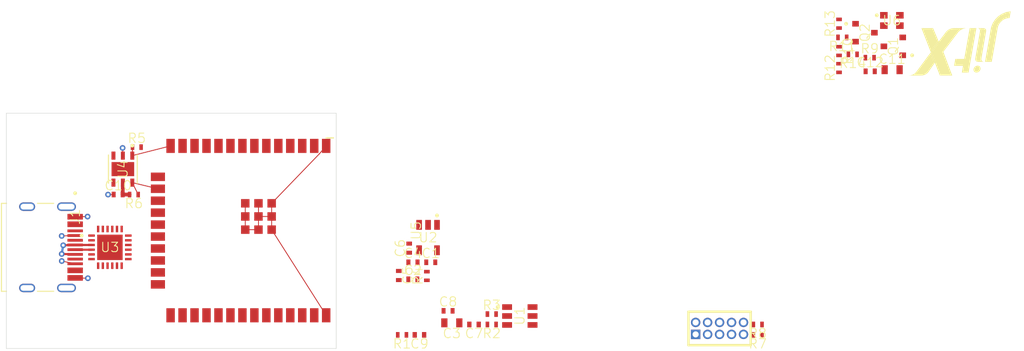
<source format=kicad_pcb>
(kicad_pcb (version 20221018) (generator jitx)
  (layers (0 F.Cu signal) (1 In1.Cu signal) (2 In2.Cu signal) (31 B.Cu signal) (34 "B.Paste" user) (35 "F.Paste" user) (36 "B.SilkS" user "B.Silkscreen") (37 "F.SilkS" user "F.Silkscreen") (38 "B.Mask" user) (39 "F.Mask" user) (44 "Edge.Cuts" user))
  (net 1 "SBU2")
  (net 2 "ESP-TX")
  (net 3 "b")
  (net 4 "proc_q1_b")
  (net 5 "DTR_ECI")
  (net 6 "VDD")
  (net 7 "control-pins1_timer")
  (net 8 "gnd")
  (net 9 "H-I2C_scl")
  (net 10 "rid_p1")
  (net 11 "c")
  (net 12 "r")
  (net 13 "VPP")
  (net 14 "rid_rid_p1")
  (net 15 "l_b")
  (net 16 "RXD_SCI")
  (net 17 "ESP-RX")
  (net 18 "P3V3")
  (net 19 "pc-uart_tx")
  (net 20 "cap_p1")
  (net 21 "g")
  (net 22 "TXD_SCI")
  (net 23 "SBU1")
  (net 24 "pc-uart_rx")
  (net 25 "P5V0")
  (net 26 "nRST")
  (net 27 "RTS_ECI")
  (net 28 "RTS_SCI")
  (net 29 "H-I2C_sda")
  (net 30 "D+")
  (net 31 "pc-ctrl1_gpio")
  (net 32 "EN")
  (net 33 "D-")
  (net 34 "control-pins0_timer")
  (net 35 "DTR_SCI")
  (net 36 "control-pins2_timer")
  (net 37 "pc-ctrl0_gpio")
  (net 38 "VBUS")
  (footprint ble-mote:Pkg0402_4 (layer F.Cu) (at 163.990979 119.05 270.0)
    (pad 1 smd rect (at 0.0 -0.4598612181134 270.0) (size 0.6 0.3802775637732) (net 14 "rid_rid_p1") (layers F.Cu F.Paste))
    (pad 2 smd rect (at 0.0 0.4598612181134 270.0) (size 0.6 0.3802775637732) (net 8 "gnd") (layers F.Cu F.Paste))
    (fp_text value "5K1" hide)
    (fp_text reference "R1" (at 0.95 0.0 0.0) (layer F.SilkS) (effects (font (size 1.0 1.0) (thickness 0.10))))
  )
  (footprint ble-mote:Pkg0402_4 (layer F.Cu) (at 173.50557957497 117.946799862385 270.0)
    (pad 1 smd rect (at 0.0 -0.4598612181134 270.0) (size 0.6 0.3802775637732) (net 10 "rid_p1") (layers F.Cu F.Paste))
    (pad 2 smd rect (at 0.0 0.4598612181134 270.0) (size 0.6 0.3802775637732) (net 8 "gnd") (layers F.Cu F.Paste))
    (fp_text value "5K1" hide)
    (fp_text reference "R2" (at 0.95 0.0 0.0) (layer F.SilkS) (effects (font (size 1.0 1.0) (thickness 0.10))))
  )
  (footprint ble-mote:Pkg0402_4 (layer F.Cu) (at 173.50557957497 116.843599903584 90.0)
    (pad 1 smd rect (at 0.0 -0.4598612181134 90.0) (size 0.6 0.3802775637732) (net 20 "cap_p1") (layers F.Cu F.Paste))
    (pad 2 smd rect (at 0.0 0.4598612181134 90.0) (size 0.6 0.3802775637732) (net 8 "gnd") (layers F.Cu F.Paste))
    (fp_text value "100K" hide)
    (fp_text reference "R3" (at 0.95 0.0 0.0) (layer F.SilkS) (effects (font (size 1.0 1.0) (thickness 0.10))))
  )
  (footprint ble-mote:Pkg0402_2 (layer F.Cu) (at 167.034879072575 111.340399134159 90.0)
    (pad 1 smd rect (at 0.0 -0.4786112181134 90.0) (size 0.6 0.417777563773199) (net 20 "cap_p1") (layers F.Cu F.Paste))
    (pad 2 smd rect (at 0.0 0.4786112181134 90.0) (size 0.6 0.417777563773199) (net 8 "gnd") (layers F.Cu F.Paste))
    (fp_text value "100n" hide)
    (fp_text reference "C1" (at 0.95 0.0 0.0) (layer F.SilkS) (effects (font (size 1.0 1.0) (thickness 0.10))))
  )
  (footprint ble-mote:QFN24 (layer F.Cu) (at 132.98788340444 109.750851658652 0.0)
    (pad 1 smd rect (at -1.95 -1.25 270.0) (size 0.25 0.7) (layers F.Cu F.Paste))
    (pad 2 smd rect (at -1.95 -0.75 270.0) (size 0.25 0.7) (net 8 "gnd") (layers F.Cu F.Paste))
    (pad 3 smd rect (at -1.95 -0.25 270.0) (size 0.25 0.7) (net 30 "D+") (layers F.Cu F.Paste))
    (pad 4 smd rect (at -1.95 0.25 270.0) (size 0.25 0.7) (net 33 "D-") (layers F.Cu F.Paste))
    (pad 5 smd rect (at -1.95 0.75 270.0) (size 0.25 0.7) (net 18 "P3V3") (layers F.Cu F.Paste))
    (pad 6 smd rect (at -1.95 1.25 270.0) (size 0.25 0.7) (net 6 "VDD") (layers F.Cu F.Paste))
    (pad 7 smd rect (at -1.25 1.95 0.0) (size 0.25 0.7) (net 25 "P5V0") (layers F.Cu F.Paste))
    (pad 8 smd rect (at -0.75 1.95 0.0) (size 0.25 0.7) (net 25 "P5V0") (layers F.Cu F.Paste))
    (pad 9 smd rect (at -0.25 1.95 0.0) (size 0.25 0.7) (net 26 "nRST") (layers F.Cu F.Paste))
    (pad 10 smd rect (at 0.25 1.95 0.0) (size 0.25 0.7) (layers F.Cu F.Paste))
    (pad 11 smd rect (at 0.75 1.95 0.0) (size 0.25 0.7) (net 27 "RTS_ECI") (layers F.Cu F.Paste))
    (pad 12 smd rect (at 1.25 1.95 0.0) (size 0.25 0.7) (net 2 "ESP-TX") (layers F.Cu F.Paste))
    (pad 13 smd rect (at 1.95 1.25 90.0) (size 0.25 0.7) (net 17 "ESP-RX") (layers F.Cu F.Paste))
    (pad 14 smd rect (at 1.95 0.75 90.0) (size 0.25 0.7) (layers F.Cu F.Paste))
    (pad 15 smd rect (at 1.95 0.25 90.0) (size 0.25 0.7) (net 5 "DTR_ECI") (layers F.Cu F.Paste))
    (pad 16 smd rect (at 1.95 -0.25 90.0) (size 0.25 0.7) (net 13 "VPP") (layers F.Cu F.Paste))
    (pad 17 smd rect (at 1.95 -0.75 90.0) (size 0.25 0.7) (layers F.Cu F.Paste))
    (pad 18 smd rect (at 1.95 -1.25 90.0) (size 0.25 0.7) (layers F.Cu F.Paste))
    (pad 19 smd rect (at 1.25 -1.95 180.0) (size 0.25 0.7) (net 28 "RTS_SCI") (layers F.Cu F.Paste))
    (pad 20 smd rect (at 0.75 -1.95 180.0) (size 0.25 0.7) (net 16 "RXD_SCI") (layers F.Cu F.Paste))
    (pad 21 smd rect (at 0.25 -1.95 180.0) (size 0.25 0.7) (net 22 "TXD_SCI") (layers F.Cu F.Paste))
    (pad 22 smd rect (at -0.25 -1.95 180.0) (size 0.25 0.7) (layers F.Cu F.Paste))
    (pad 23 smd rect (at -0.75 -1.95 180.0) (size 0.25 0.7) (net 35 "DTR_SCI") (layers F.Cu F.Paste))
    (pad 24 smd rect (at -1.25 -1.95 180.0) (size 0.25 0.7) (layers F.Cu F.Paste))
    (pad 25 smd rect (at 0.0 0.0 0.0) (size 2.7 2.7) (net 8 "gnd") (layers F.Cu F.Paste))
    (fp_text value "~" hide)
    (fp_poly (pts (xy -2.8 -1.25) (xy -2.80384294391935 -1.28901806440323) (xy -2.81522409349774 -1.32653668647302) (xy -2.83370607753949 -1.36111404660392) (xy -2.85857864376269 -1.39142135623731) (xy -2.88888595339608 -1.41629392246051) (xy -2.92346331352698 -1.43477590650226) (xy -2.96098193559677 -1.44615705608065) (xy -3.0 -1.45) (xy -3.03901806440323 -1.44615705608065) (xy -3.07653668647302 -1.43477590650226) (xy -3.11111404660392 -1.41629392246051) (xy -3.14142135623731 -1.39142135623731) (xy -3.16629392246051 -1.36111404660392) (xy -3.18477590650226 -1.32653668647302) (xy -3.19615705608065 -1.28901806440323) (xy -3.2 -1.25) (xy -3.19615705608065 -1.21098193559677) (xy -3.18477590650226 -1.17346331352698) (xy -3.16629392246051 -1.13888595339608) (xy -3.14142135623731 -1.10857864376269) (xy -3.11111404660392 -1.08370607753949) (xy -3.07653668647302 -1.06522409349774) (xy -3.03901806440323 -1.05384294391935) (xy -3.0 -1.05) (xy -2.96098193559677 -1.05384294391935) (xy -2.92346331352698 -1.06522409349774) (xy -2.88888595339608 -1.08370607753949) (xy -2.85857864376269 -1.10857864376269) (xy -2.83370607753949 -1.13888595339608) (xy -2.81522409349774 -1.17346331352698) (xy -2.80384294391935 -1.21098193559677)) (layer F.SilkS))
    (fp_text reference "U3" (at 0.0 0.0 0.0) (layer F.SilkS) (effects (font (size 1.0 1.0) (thickness 0.10))))
  )
  (footprint ble-mote:Pkg0402_2 (layer F.Cu) (at 133.863568974598 104.136455824391 90.0)
    (pad 1 smd rect (at 0.0 -0.4786112181134 90.0) (size 0.6 0.417777563773199) (net 8 "gnd") (layers F.Cu F.Paste))
    (pad 2 smd rect (at 0.0 0.4786112181134 90.0) (size 0.6 0.417777563773199) (net 18 "P3V3") (layers F.Cu F.Paste))
    (fp_text value "100n" hide)
    (fp_text reference "C10" (at 0.95 0.0 0.0) (layer F.SilkS) (effects (font (size 1.0 1.0) (thickness 0.10))))
  )
  (footprint ble-mote:HDR_TH_10P_P1_27_V_F_R2_C5_S1_27_1 (layer F.Cu) (at 197.682778732685 118.365000116825 0.0)
    (pad 10 thru_hole circle (at 2.53999999999996 -0.634999999999991 0.0) (size 1.0 1.0) (net 19 "pc-uart_tx") (drill 0.65) (layers *.Cu))
    (pad 9 thru_hole circle (at 2.53999999999996 0.634999999999991 0.0) (size 1.0 1.0) (net 37 "pc-ctrl0_gpio") (drill 0.65) (layers *.Cu))
    (pad 8 thru_hole circle (at 1.26999999999987 -0.634999999999991 0.0) (size 1.0 1.0) (net 24 "pc-uart_rx") (drill 0.65) (layers *.Cu))
    (pad 7 thru_hole circle (at 1.26999999999987 0.634999999999991 0.0) (size 1.0 1.0) (drill 0.65) (layers *.Cu))
    (pad 6 thru_hole circle (at -1.13686837721616e-13 -0.634999999999991 0.0) (size 1.0 1.0) (net 31 "pc-ctrl1_gpio") (drill 0.65) (layers *.Cu))
    (pad 5 thru_hole circle (at -1.13686837721616e-13 0.634999999999991 0.0) (size 1.0 1.0) (drill 0.65) (layers *.Cu))
    (pad 4 thru_hole circle (at -1.2700000000001 -0.634999999999991 0.0) (size 1.0 1.0) (net 8 "gnd") (drill 0.65) (layers *.Cu))
    (pad 3 thru_hole circle (at -1.2700000000001 0.634999999999991 0.0) (size 1.0 1.0) (net 8 "gnd") (drill 0.65) (layers *.Cu))
    (pad 2 thru_hole circle (at -2.54000000000008 -0.634999999999991 0.0) (size 1.0 1.0) (net 25 "P5V0") (drill 0.65) (layers *.Cu))
    (pad 1 thru_hole rect (at -2.54000000000008 0.634999999999991 0.0) (size 1.0 1.0) (net 25 "P5V0") (drill 0.65) (layers *.Cu))
    (fp_text reference "H1")
    (fp_text value "~")
    (fp_line (start -3.30200000000002 1.77800000000002) (end -3.30200000000002 -1.77800000000002) (layer F.SilkS) (stroke (width 0.254)))
    (fp_line (start 3.30199999999991 1.77800000000002) (end -3.30200000000002 1.77800000000002) (layer F.SilkS) (stroke (width 0.254)))
    (fp_line (start 3.30199999999991 -1.77800000000002) (end 3.30199999999991 1.77800000000002) (layer F.SilkS) (stroke (width 0.254)))
    (fp_line (start -3.30200000000002 -1.77800000000002) (end 3.30199999999991 -1.77800000000002) (layer F.SilkS) (stroke (width 0.254)))
  )
  (footprint ble-mote:Pkg0402_4 (layer F.Cu) (at 201.725978748707 119.05 270.0)
    (pad 1 smd rect (at 0.0 -0.4598612181134 270.0) (size 0.6 0.3802775637732) (net 18 "P3V3") (layers F.Cu F.Paste))
    (pad 2 smd rect (at 0.0 0.4598612181134 270.0) (size 0.6 0.3802775637732) (net 37 "pc-ctrl0_gpio") (layers F.Cu F.Paste))
    (fp_text value "10K" hide)
    (fp_text reference "R7" (at 0.95 0.0 0.0) (layer F.SilkS) (effects (font (size 1.0 1.0) (thickness 0.10))))
  )
  (footprint ble-mote:Pkg0402_4 (layer F.Cu) (at 201.725978748707 117.946799862385 270.0)
    (pad 1 smd rect (at 0.0 -0.4598612181134 270.0) (size 0.6 0.3802775637732) (net 18 "P3V3") (layers F.Cu F.Paste))
    (pad 2 smd rect (at 0.0 0.4598612181134 270.0) (size 0.6 0.3802775637732) (net 31 "pc-ctrl1_gpio") (layers F.Cu F.Paste))
    (fp_text value "10K" hide)
    (fp_text reference "R8" (at 0.95 0.0 0.0) (layer F.SilkS) (effects (font (size 1.0 1.0) (thickness 0.10))))
  )
  (footprint ble-mote:SOT95P280X100_3N (layer F.Cu) (at 216.117536768162 88.3936000823975 90.0)
    (pad 1 smd rect (at -0.95 1.0 90.0) (size 0.6 0.7) (net 3 "b") (layers F.Cu F.Paste))
    (pad 2 smd rect (at 0.95 1.0 90.0) (size 0.6 0.7) (net 27 "RTS_ECI") (layers F.Cu F.Paste))
    (pad 3 smd rect (at 0.0 -1.0 90.0) (size 0.6 0.7) (net 32 "EN") (layers F.Cu F.Paste))
    (fp_text value "~" hide)
    (fp_poly (pts (xy -0.75 2.0) (xy -0.753842943919354 1.96098193559677) (xy -0.765224093497743 1.92346331352698) (xy -0.783706077539491 1.88888595339608) (xy -0.80857864376269 1.85857864376269) (xy -0.83888595339608 1.83370607753949) (xy -0.873463313526982 1.81522409349774) (xy -0.910981935596774 1.80384294391935) (xy -0.95 1.8) (xy -0.989018064403226 1.80384294391935) (xy -1.02653668647302 1.81522409349774) (xy -1.06111404660392 1.83370607753949) (xy -1.09142135623731 1.85857864376269) (xy -1.11629392246051 1.88888595339608) (xy -1.13477590650226 1.92346331352698) (xy -1.14615705608065 1.96098193559677) (xy -1.15 2.0) (xy -1.14615705608065 2.03901806440323) (xy -1.13477590650226 2.07653668647302) (xy -1.11629392246051 2.11111404660392) (xy -1.09142135623731 2.14142135623731) (xy -1.06111404660392 2.16629392246051) (xy -1.02653668647302 2.18477590650226) (xy -0.989018064403226 2.19615705608065) (xy -0.95 2.2) (xy -0.910981935596774 2.19615705608065) (xy -0.873463313526982 2.18477590650226) (xy -0.83888595339608 2.16629392246051) (xy -0.808578643762691 2.14142135623731) (xy -0.783706077539491 2.11111404660392) (xy -0.765224093497743 2.07653668647302) (xy -0.753842943919354 2.03901806440323)) (layer F.SilkS))
    (fp_text reference "Q1" (at 0.0 0.0 90.0) (layer F.SilkS) (effects (font (size 1.0 1.0) (thickness 0.10))))
  )
  (footprint ble-mote:SOT95P280X100_3N (layer F.Cu) (at 213.111136659824 86.9403987884521 270.0)
    (pad 1 smd rect (at -0.95 1.0 270.0) (size 0.6 0.7) (net 4 "proc_q1_b") (layers F.Cu F.Paste))
    (pad 2 smd rect (at 0.95 1.0 270.0) (size 0.6 0.7) (net 5 "DTR_ECI") (layers F.Cu F.Paste))
    (pad 3 smd rect (at 0.0 -1.0 270.0) (size 0.6 0.7) (net 11 "c") (layers F.Cu F.Paste))
    (fp_text value "~" hide)
    (fp_poly (pts (xy -0.75 2.0) (xy -0.753842943919354 1.96098193559677) (xy -0.765224093497743 1.92346331352698) (xy -0.783706077539491 1.88888595339608) (xy -0.80857864376269 1.85857864376269) (xy -0.83888595339608 1.83370607753949) (xy -0.873463313526982 1.81522409349774) (xy -0.910981935596774 1.80384294391935) (xy -0.95 1.8) (xy -0.989018064403226 1.80384294391935) (xy -1.02653668647302 1.81522409349774) (xy -1.06111404660392 1.83370607753949) (xy -1.09142135623731 1.85857864376269) (xy -1.11629392246051 1.88888595339608) (xy -1.13477590650226 1.92346331352698) (xy -1.14615705608065 1.96098193559677) (xy -1.15 2.0) (xy -1.14615705608065 2.03901806440323) (xy -1.13477590650226 2.07653668647302) (xy -1.11629392246051 2.11111404660392) (xy -1.09142135623731 2.14142135623731) (xy -1.06111404660392 2.16629392246051) (xy -1.02653668647302 2.18477590650226) (xy -0.989018064403226 2.19615705608065) (xy -0.95 2.2) (xy -0.910981935596774 2.19615705608065) (xy -0.873463313526982 2.18477590650226) (xy -0.83888595339608 2.16629392246051) (xy -0.808578643762691 2.14142135623731) (xy -0.783706077539491 2.11111404660392) (xy -0.765224093497743 2.07653668647302) (xy -0.753842943919354 2.03901806440323)) (layer F.SilkS))
    (fp_text reference "Q2" (at 0.0 0.0 90.0) (layer F.SilkS) (effects (font (size 1.0 1.0) (thickness 0.10))))
  )
  (footprint ble-mote:Pkg0402_4 (layer F.Cu) (at 210.357936844074 88.8936000823975 0.0)
    (pad 1 smd rect (at 0.0 -0.4598612181134 0.0) (size 0.6 0.3802775637732) (net 5 "DTR_ECI") (layers F.Cu F.Paste))
    (pad 2 smd rect (at 0.0 0.4598612181134 0.0) (size 0.6 0.3802775637732) (net 3 "b") (layers F.Cu F.Paste))
    (fp_text value "10K" hide)
    (fp_text reference "R10" (at 0.95 0.0 90.0) (layer F.SilkS) (effects (font (size 1.0 1.0) (thickness 0.10))))
  )
  (footprint ble-mote:Pkg0402_4 (layer F.Cu) (at 210.707936748707 87.4404006958008 270.0)
    (pad 1 smd rect (at 0.0 -0.4598612181134 270.0) (size 0.6 0.3802775637732) (net 27 "RTS_ECI") (layers F.Cu F.Paste))
    (pad 2 smd rect (at 0.0 0.4598612181134 270.0) (size 0.6 0.3802775637732) (net 4 "proc_q1_b") (layers F.Cu F.Paste))
    (fp_text value "10K" hide)
    (fp_text reference "R11" (at 0.95 0.0 0.0) (layer F.SilkS) (effects (font (size 1.0 1.0) (thickness 0.10))))
  )
  (footprint ble-mote:LP_TYPE_C_31_M_12 (layer F.Cu) (at 129.299431271047 106.497664397336 270.0)
    (pad A1-B12 smd rect (at 0.0 0.0 270.0) (size 0.6 1.64) (net 8 "gnd") (layers F.Cu F.Paste))
    (pad A4-B9 smd rect (at 0.8 0.0 270.0) (size 0.6 1.64) (net 38 "VBUS") (layers F.Cu F.Paste))
    (pad B8 smd rect (at 1.5 0.0 270.0) (size 0.3 1.64) (net 1 "SBU2") (layers F.Cu F.Paste))
    (pad A5 smd rect (at 2.0 0.0 270.0) (size 0.3 1.64) (net 14 "rid_rid_p1") (layers F.Cu F.Paste))
    (pad B7 smd rect (at 2.5 0.0 270.0) (size 0.3 1.64) (net 33 "D-") (layers F.Cu F.Paste))
    (pad A6 smd rect (at 3.0 0.0 270.0) (size 0.3 1.64) (net 30 "D+") (layers F.Cu F.Paste))
    (pad A7 smd rect (at 3.5 0.0 270.0) (size 0.3 1.64) (net 33 "D-") (layers F.Cu F.Paste))
    (pad B6 smd rect (at 4.0 0.0 270.0) (size 0.3 1.64) (net 30 "D+") (layers F.Cu F.Paste))
    (pad A8 smd rect (at 4.5 0.0 270.0) (size 0.3 1.64) (net 23 "SBU1") (layers F.Cu F.Paste))
    (pad B5 smd rect (at 5.0 0.0 270.0) (size 0.3 1.64) (net 10 "rid_p1") (layers F.Cu F.Paste))
    (pad B1-A12 smd rect (at 6.5 0.0 270.0) (size 0.6 1.64) (net 8 "gnd") (layers F.Cu F.Paste))
    (pad B4-A9 smd rect (at 5.7 0.0 270.0) (size 0.6 1.64) (net 38 "VBUS") (layers F.Cu F.Paste))
    (pad 13 thru_hole oval (at -1.07 0.916 0.0) (size 2.0 0.9) (net 20 "cap_p1") (drill oval 1.7 0.6) (layers *.Cu))
    (pad 14 thru_hole oval (at 7.57 0.916 0.0) (size 2.0 0.9) (net 20 "cap_p1") (drill oval 1.7 0.6) (layers *.Cu))
    (pad 15 thru_hole oval (at -1.07 5.096 0.0) (size 1.7 0.9) (net 20 "cap_p1") (drill oval 1.4 0.6) (layers *.Cu))
    (pad 16 thru_hole oval (at 7.57 5.096 0.0) (size 1.7 0.9) (net 20 "cap_p1") (drill oval 1.4 0.6) (layers *.Cu))
    (pad "" np_thru_hole circle (at 0.36 1.446) (size 0.6 0.6) (drill 0.6) (layers *.Cu *.Mask))
    (pad "" np_thru_hole circle (at 6.14 1.446) (size 0.6 0.6) (drill 0.6) (layers *.Cu *.Mask))
    (fp_text value "~" hide)
    (fp_line (start -1.42 7.82) (end 7.924 7.82) (layer F.SilkS) (stroke (width 0.12)))
    (fp_line (start 7.924 7.82) (end 7.924 7.28) (layer F.SilkS) (stroke (width 0.12)))
    (fp_line (start -1.42 7.28) (end -1.42 7.82) (layer F.SilkS) (stroke (width 0.12)))
    (fp_line (start 7.924 4.0) (end 7.924 2.28) (layer F.SilkS) (stroke (width 0.12)))
    (fp_line (start -1.42 2.28) (end -1.42 4.0) (layer F.SilkS) (stroke (width 0.12)))
    (fp_poly (pts (xy -2.3 0.0) (xy -2.30384294391935 -0.0390180644032257) (xy -2.31522409349774 -0.076536686473018) (xy -2.33370607753949 -0.11111404660392) (xy -2.35857864376269 -0.14142135623731) (xy -2.38888595339608 -0.166293922460509) (xy -2.42346331352698 -0.184775906502257) (xy -2.46098193559677 -0.196157056080646) (xy -2.5 -0.2) (xy -2.53901806440323 -0.196157056080646) (xy -2.57653668647302 -0.184775906502257) (xy -2.61111404660392 -0.166293922460509) (xy -2.64142135623731 -0.14142135623731) (xy -2.66629392246051 -0.11111404660392) (xy -2.68477590650226 -0.076536686473018) (xy -2.69615705608065 -0.0390180644032257) (xy -2.7 0.0) (xy -2.69615705608065 0.0390180644032257) (xy -2.68477590650226 0.0765366864730179) (xy -2.66629392246051 0.11111404660392) (xy -2.64142135623731 0.14142135623731) (xy -2.61111404660392 0.166293922460509) (xy -2.57653668647302 0.184775906502257) (xy -2.53901806440323 0.196157056080646) (xy -2.5 0.2) (xy -2.46098193559677 0.196157056080646) (xy -2.42346331352698 0.184775906502257) (xy -2.38888595339608 0.166293922460509) (xy -2.35857864376269 0.14142135623731) (xy -2.33370607753949 0.11111404660392) (xy -2.31522409349774 0.0765366864730181) (xy -2.30384294391935 0.0390180644032257)) (layer F.SilkS))
    (fp_text reference "J1" (at 0.0 0.0 90.0) (layer F.SilkS) (effects (font (size 1.0 1.0) (thickness 0.10))))
  )
  (footprint ble-mote:SOT95P280X145_6N (layer F.Cu) (at 176.483779533771 117.046800005436 270.0)
    (pad 1 smd rect (at -0.95 1.35 270.0) (size 0.6 1.05) (net 38 "VBUS") (layers F.Cu F.Paste))
    (pad 2 smd rect (at 0.0 1.35 270.0) (size 0.6 1.05) (net 8 "gnd") (layers F.Cu F.Paste))
    (pad 3 smd rect (at 0.95 1.35 270.0) (size 0.6 1.05) (net 38 "VBUS") (layers F.Cu F.Paste))
    (pad 4 smd rect (at 0.95 -1.35 270.0) (size 0.6 1.05) (net 25 "P5V0") (layers F.Cu F.Paste))
    (pad 5 smd rect (at 0.0 -1.35 270.0) (size 0.6 1.05) (net 30 "D+") (layers F.Cu F.Paste))
    (pad 6 smd rect (at -0.95 -1.35 270.0) (size 0.6 1.05) (net 33 "D-") (layers F.Cu F.Paste))
    (fp_text value "~" hide)
    (fp_poly (pts (xy -0.75 2.35) (xy -0.753842943919354 2.31098193559677) (xy -0.765224093497743 2.27346331352698) (xy -0.783706077539491 2.23888595339608) (xy -0.80857864376269 2.20857864376269) (xy -0.83888595339608 2.18370607753949) (xy -0.873463313526982 2.16522409349774) (xy -0.910981935596774 2.15384294391935) (xy -0.95 2.15) (xy -0.989018064403226 2.15384294391935) (xy -1.02653668647302 2.16522409349774) (xy -1.06111404660392 2.18370607753949) (xy -1.09142135623731 2.20857864376269) (xy -1.11629392246051 2.23888595339608) (xy -1.13477590650226 2.27346331352698) (xy -1.14615705608065 2.31098193559677) (xy -1.15 2.35) (xy -1.14615705608065 2.38901806440323) (xy -1.13477590650226 2.42653668647302) (xy -1.11629392246051 2.46111404660392) (xy -1.09142135623731 2.49142135623731) (xy -1.06111404660392 2.51629392246051) (xy -1.02653668647302 2.53477590650226) (xy -0.989018064403226 2.54615705608065) (xy -0.95 2.55) (xy -0.910981935596774 2.54615705608065) (xy -0.873463313526982 2.53477590650226) (xy -0.83888595339608 2.51629392246051) (xy -0.808578643762691 2.49142135623731) (xy -0.783706077539491 2.46111404660392) (xy -0.765224093497743 2.42653668647302) (xy -0.753842943919354 2.38901806440323)) (layer F.SilkS))
    (fp_text reference "U1" (at 0.0 0.0 90.0) (layer F.SilkS) (effects (font (size 1.0 1.0) (thickness 0.10))))
  )
  (footprint ble-mote:Pkg0402_2 (layer F.Cu) (at 165.131679161457 113.1435998559 90.0)
    (pad 1 smd rect (at 0.0 -0.4786112181134 90.0) (size 0.6 0.417777563773199) (net 38 "VBUS") (layers F.Cu F.Paste))
    (pad 2 smd rect (at 0.0 0.4786112181134 90.0) (size 0.6 0.417777563773199) (net 8 "gnd") (layers F.Cu F.Paste))
    (fp_text value "100n" hide)
    (fp_text reference "C2" (at 0.95 0.0 0.0) (layer F.SilkS) (effects (font (size 1.0 1.0) (thickness 0.10))))
  )
  (footprint ble-mote:Pkg0603 (layer F.Cu) (at 169.269178970722 117.771799910069 270.0)
    (pad 1 smd rect (at 0.0 -0.793933982822018 270.0) (size 0.95 0.662132034355964) (net 25 "P5V0") (layers F.Cu F.Paste))
    (pad 2 smd rect (at 0.0 0.793933982822018 270.0) (size 0.95 0.662132034355964) (net 8 "gnd") (layers F.Cu F.Paste))
    (fp_text value "10u" hide)
    (fp_text reference "C3" (at 1.125 0.0 0.0) (layer F.SilkS) (effects (font (size 1.0 1.0) (thickness 0.10))))
  )
  (footprint ble-mote:SOT95P280X145_5N (layer F.Cu) (at 166.747378929523 108.712199556828 180.0)
    (pad 1 smd rect (at -0.95 1.35 180.0) (size 0.6 1.05) (net 25 "P5V0") (layers F.Cu F.Paste))
    (pad 2 smd rect (at 0.0 1.35 180.0) (size 0.6 1.05) (net 8 "gnd") (layers F.Cu F.Paste))
    (pad 3 smd rect (at 0.95 1.35 180.0) (size 0.6 1.05) (net 25 "P5V0") (layers F.Cu F.Paste))
    (pad 4 smd rect (at 0.95 -1.35 180.0) (size 0.6 1.05) (layers F.Cu F.Paste))
    (pad 5 smd rect (at -0.95 -1.35 180.0) (size 0.6 1.05) (net 18 "P3V3") (layers F.Cu F.Paste))
    (fp_text value "~" hide)
    (fp_poly (pts (xy -0.75 2.35) (xy -0.753842943919354 2.31098193559677) (xy -0.765224093497743 2.27346331352698) (xy -0.783706077539491 2.23888595339608) (xy -0.80857864376269 2.20857864376269) (xy -0.83888595339608 2.18370607753949) (xy -0.873463313526982 2.16522409349774) (xy -0.910981935596774 2.15384294391935) (xy -0.95 2.15) (xy -0.989018064403226 2.15384294391935) (xy -1.02653668647302 2.16522409349774) (xy -1.06111404660392 2.18370607753949) (xy -1.09142135623731 2.20857864376269) (xy -1.11629392246051 2.23888595339608) (xy -1.13477590650226 2.27346331352698) (xy -1.14615705608065 2.31098193559677) (xy -1.15 2.35) (xy -1.14615705608065 2.38901806440323) (xy -1.13477590650226 2.42653668647302) (xy -1.11629392246051 2.46111404660392) (xy -1.09142135623731 2.49142135623731) (xy -1.06111404660392 2.51629392246051) (xy -1.02653668647302 2.53477590650226) (xy -0.989018064403226 2.54615705608065) (xy -0.95 2.55) (xy -0.910981935596774 2.54615705608065) (xy -0.873463313526982 2.53477590650226) (xy -0.83888595339608 2.51629392246051) (xy -0.808578643762691 2.49142135623731) (xy -0.783706077539491 2.46111404660392) (xy -0.765224093497743 2.42653668647302) (xy -0.753842943919354 2.38901806440323)) (layer F.SilkS))
    (fp_text reference "U2" (at 0.0 0.0 0.0) (layer F.SilkS) (effects (font (size 1.0 1.0) (thickness 0.10))))
  )
  (footprint ble-mote:Pkg0402_3 (layer F.Cu) (at 165.144178970722 111.340399134159 90.0)
    (pad 1 smd rect (at 0.0 -0.4848612181134 90.0) (size 0.6 0.430277563773199) (net 8 "gnd") (layers F.Cu F.Paste))
    (pad 2 smd rect (at 0.0 0.4848612181134 90.0) (size 0.6 0.430277563773199) (net 25 "P5V0") (layers F.Cu F.Paste))
    (fp_text value "1u" hide)
    (fp_text reference "C4" (at 0.95 0.0 0.0) (layer F.SilkS) (effects (font (size 1.0 1.0) (thickness 0.10))))
  )
  (footprint ble-mote:Pkg0402_3 (layer F.Cu) (at 163.640978976158 112.743599760532 0.0)
    (pad 1 smd rect (at 0.0 -0.4848612181134 0.0) (size 0.6 0.430277563773199) (net 8 "gnd") (layers F.Cu F.Paste))
    (pad 2 smd rect (at 0.0 0.4848612181134 0.0) (size 0.6 0.430277563773199) (net 18 "P3V3") (layers F.Cu F.Paste))
    (fp_text value "1u" hide)
    (fp_text reference "C5" (at 0.95 0.0 90.0) (layer F.SilkS) (effects (font (size 1.0 1.0) (thickness 0.10))))
  )
  (footprint ble-mote:Pkg0402_3 (layer F.Cu) (at 164.744179113773 109.837199556828 180.0)
    (pad 1 smd rect (at 0.0 -0.4848612181134 180.0) (size 0.6 0.430277563773199) (net 25 "P5V0") (layers F.Cu F.Paste))
    (pad 2 smd rect (at 0.0 0.4848612181134 180.0) (size 0.6 0.430277563773199) (net 8 "gnd") (layers F.Cu F.Paste))
    (fp_text value "1u" hide)
    (fp_text reference "C6" (at 0.95 0.0 90.0) (layer F.SilkS) (effects (font (size 1.0 1.0) (thickness 0.10))))
  )
  (footprint ble-mote:Pkg0402_1 (layer F.Cu) (at 171.624879463581 117.946799862385 270.0)
    (pad 1 smd rect (at 0.0 -0.4986112181134 270.0) (size 0.6 0.457777563773199) (net 13 "VPP") (layers F.Cu F.Paste))
    (pad 2 smd rect (at 0.0 0.4986112181134 270.0) (size 0.6 0.457777563773199) (net 8 "gnd") (layers F.Cu F.Paste))
    (fp_text value "4.7u" hide)
    (fp_text reference "C7" (at 0.95 0.0 0.0) (layer F.SilkS) (effects (font (size 1.0 1.0) (thickness 0.10))))
  )
  (footprint ble-mote:Pkg0402_1 (layer F.Cu) (at 165.831678970722 119.05 270.0)
    (pad 1 smd rect (at 0.0 -0.4986112181134 270.0) (size 0.6 0.457777563773199) (net 8 "gnd") (layers F.Cu F.Paste))
    (pad 2 smd rect (at 0.0 0.4986112181134 270.0) (size 0.6 0.457777563773199) (net 6 "VDD") (layers F.Cu F.Paste))
    (fp_text value "4.7u" hide)
    (fp_text reference "C9" (at 0.95 0.0 0.0) (layer F.SilkS) (effects (font (size 1.0 1.0) (thickness 0.10))))
  )
  (footprint ble-mote:Pkg0402_2 (layer F.Cu) (at 168.871679409412 116.493599760532 90.0)
    (pad 1 smd rect (at 0.0 -0.4786112181134 90.0) (size 0.6 0.417777563773199) (net 8 "gnd") (layers F.Cu F.Paste))
    (pad 2 smd rect (at 0.0 0.4786112181134 90.0) (size 0.6 0.417777563773199) (net 6 "VDD") (layers F.Cu F.Paste))
    (fp_text value "100n" hide)
    (fp_text reference "C8" (at 0.95 0.0 0.0) (layer F.SilkS) (effects (font (size 1.0 1.0) (thickness 0.10))))
  )
  (footprint ble-mote:Pkg0402_4 (layer F.Cu) (at 166.622378929523 112.793599951267 180.0)
    (pad 1 smd rect (at 0.0 -0.4598612181134 180.0) (size 0.6 0.3802775637732) (net 26 "nRST") (layers F.Cu F.Paste))
    (pad 2 smd rect (at 0.0 0.4598612181134 180.0) (size 0.6 0.3802775637732) (net 18 "P3V3") (layers F.Cu F.Paste))
    (fp_text value "4K7" hide)
    (fp_text reference "R4" (at 0.95 0.0 90.0) (layer F.SilkS) (effects (font (size 1.0 1.0) (thickness 0.10))))
  )
  (footprint ble-mote:SON100P300X300X80_7N (layer F.Cu) (at 134.362299259381 101.437678568638 270.0)
    (pad 1 smd rect (at -1.435 -1.0 270.0) (size 0.86 0.42) (net 29 "H-I2C_sda") (layers F.Cu F.Paste))
    (pad 2 smd rect (at -1.435 0.0 270.0) (size 0.86 0.42) (net 8 "gnd") (layers F.Cu F.Paste))
    (pad 3 smd rect (at -1.435 1.0 270.0) (size 0.86 0.42) (layers F.Cu F.Paste))
    (pad 4 smd rect (at 1.435 1.0 270.0) (size 0.86 0.42) (layers F.Cu F.Paste))
    (pad 5 smd rect (at 1.435 0.0 270.0) (size 0.86 0.42) (net 18 "P3V3") (layers F.Cu F.Paste))
    (pad 6 smd rect (at 1.435 -1.0 270.0) (size 0.86 0.42) (net 9 "H-I2C_scl") (layers F.Cu F.Paste))
    (pad 7 smd rect (at 0.0 0.0 270.0) (size 1.5 2.4) (layers F.Cu F.Paste))
    (fp_text value "~" hide)
    (fp_poly (pts (xy -2.295 -1.0) (xy -2.29884294391935 -1.03901806440323) (xy -2.31022409349774 -1.07653668647302) (xy -2.32870607753949 -1.11111404660392) (xy -2.35357864376269 -1.14142135623731) (xy -2.38388595339608 -1.16629392246051) (xy -2.41846331352698 -1.18477590650226) (xy -2.45598193559677 -1.19615705608065) (xy -2.495 -1.2) (xy -2.53401806440323 -1.19615705608065) (xy -2.57153668647302 -1.18477590650226) (xy -2.60611404660392 -1.16629392246051) (xy -2.63642135623731 -1.14142135623731) (xy -2.66129392246051 -1.11111404660392) (xy -2.67977590650226 -1.07653668647302) (xy -2.69115705608065 -1.03901806440323) (xy -2.695 -1.0) (xy -2.69115705608065 -0.960981935596774) (xy -2.67977590650226 -0.923463313526982) (xy -2.66129392246051 -0.88888595339608) (xy -2.63642135623731 -0.858578643762691) (xy -2.60611404660392 -0.833706077539491) (xy -2.57153668647302 -0.815224093497743) (xy -2.53401806440323 -0.803842943919354) (xy -2.495 -0.8) (xy -2.45598193559677 -0.803842943919354) (xy -2.41846331352698 -0.815224093497743) (xy -2.38388595339608 -0.833706077539491) (xy -2.35357864376269 -0.85857864376269) (xy -2.32870607753949 -0.88888595339608) (xy -2.31022409349774 -0.923463313526982) (xy -2.29884294391935 -0.960981935596774)) (layer F.SilkS))
    (fp_line (start -1.5 -1.53) (end 1.5 -1.53) (layer F.SilkS) (stroke (width 0.127)))
    (fp_line (start -1.5 1.53) (end 1.5 1.53) (layer F.SilkS) (stroke (width 0.127)))
    (fp_text reference "U4" (at 0.0 0.0 90.0) (layer F.SilkS) (effects (font (size 1.0 1.0) (thickness 0.10))))
  )
  (footprint ble-mote:Pkg0402 (layer F.Cu) (at 135.841486188112 99.1045314681568 90.0)
    (pad 1 smd rect (at 0.0 -0.4561112181134 90.0) (size 0.6 0.372777563773199) (net 29 "H-I2C_sda") (layers F.Cu F.Paste))
    (pad 2 smd rect (at 0.0 0.4561112181134 90.0) (size 0.6 0.372777563773199) (net 18 "P3V3") (layers F.Cu F.Paste))
    (fp_text value "8K2" hide)
    (fp_text reference "R5" (at 0.95 0.0 0.0) (layer F.SilkS) (effects (font (size 1.0 1.0) (thickness 0.10))))
  )
  (footprint ble-mote:Pkg0402 (layer F.Cu) (at 135.530740625766 104.138887798532 270.0)
    (pad 1 smd rect (at 0.0 -0.4561112181134 270.0) (size 0.6 0.372777563773199) (net 9 "H-I2C_scl") (layers F.Cu F.Paste))
    (pad 2 smd rect (at 0.0 0.4561112181134 270.0) (size 0.6 0.372777563773199) (net 18 "P3V3") (layers F.Cu F.Paste))
    (fp_text value "8K2" hide)
    (fp_text reference "R6" (at 0.95 0.0 0.0) (layer F.SilkS) (effects (font (size 1.0 1.0) (thickness 0.10))))
  )
  (footprint ble-mote:ESP32_WROOM (layer F.Cu) (at 150.831662871318 107.970255661159 270.0)
    (pad 1 smd rect (at -9.0 -5.105 270.0) (size 1.5 0.9) (net 8 "gnd") (layers F.Cu F.Paste))
    (pad 2 smd rect (at -9.0 -3.835 270.0) (size 1.5 0.9) (net 18 "P3V3") (layers F.Cu F.Paste))
    (pad 3 smd rect (at -9.0 -2.565 270.0) (size 1.5 0.9) (net 32 "EN") (layers F.Cu F.Paste))
    (pad 4 smd rect (at -9.0 -1.295 270.0) (size 1.5 0.9) (layers F.Cu F.Paste))
    (pad 5 smd rect (at -9.0 -0.0250000000000004 270.0) (size 1.5 0.9) (layers F.Cu F.Paste))
    (pad 6 smd rect (at -9.0 1.245 270.0) (size 1.5 0.9) (layers F.Cu F.Paste))
    (pad 7 smd rect (at -9.0 2.515 270.0) (size 1.5 0.9) (layers F.Cu F.Paste))
    (pad 8 smd rect (at -9.0 3.785 270.0) (size 1.5 0.9) (layers F.Cu F.Paste))
    (pad 9 smd rect (at -9.0 5.055 270.0) (size 1.5 0.9) (layers F.Cu F.Paste))
    (pad 10 smd rect (at -9.0 6.325 270.0) (size 1.5 0.9) (net 24 "pc-uart_rx") (layers F.Cu F.Paste))
    (pad 11 smd rect (at -9.0 7.595 270.0) (size 1.5 0.9) (net 36 "control-pins2_timer") (layers F.Cu F.Paste))
    (pad 12 smd rect (at -9.0 8.865 270.0) (size 1.5 0.9) (net 7 "control-pins1_timer") (layers F.Cu F.Paste))
    (pad 13 smd rect (at -9.0 10.135 270.0) (size 1.5 0.9) (layers F.Cu F.Paste))
    (pad 14 smd rect (at -9.0 11.405 270.0) (size 1.5 0.9) (net 29 "H-I2C_sda") (layers F.Cu F.Paste))
    (pad 15 smd rect (at -5.715 12.75 180.0) (size 1.5 0.9) (net 8 "gnd") (layers F.Cu F.Paste))
    (pad 16 smd rect (at -4.445 12.75 180.0) (size 1.5 0.9) (net 9 "H-I2C_scl") (layers F.Cu F.Paste))
    (pad 17 smd rect (at -3.175 12.75 180.0) (size 1.5 0.9) (layers F.Cu F.Paste))
    (pad 18 smd rect (at -1.905 12.75 180.0) (size 1.5 0.9) (layers F.Cu F.Paste))
    (pad 19 smd rect (at -0.635 12.75 180.0) (size 1.5 0.9) (layers F.Cu F.Paste))
    (pad 20 smd rect (at 0.635 12.75 180.0) (size 1.5 0.9) (layers F.Cu F.Paste))
    (pad 21 smd rect (at 1.905 12.75 180.0) (size 1.5 0.9) (layers F.Cu F.Paste))
    (pad 22 smd rect (at 3.175 12.75 180.0) (size 1.5 0.9) (layers F.Cu F.Paste))
    (pad 23 smd rect (at 4.445 12.75 180.0) (size 1.5 0.9) (layers F.Cu F.Paste))
    (pad 24 smd rect (at 5.715 12.75 180.0) (size 1.5 0.9) (layers F.Cu F.Paste))
    (pad 25 smd rect (at 9.0 11.405 270.0) (size 1.5 0.9) (net 11 "c") (layers F.Cu F.Paste))
    (pad 26 smd rect (at 9.0 10.135 270.0) (size 1.5 0.9) (layers F.Cu F.Paste))
    (pad 27 smd rect (at 9.0 8.865 270.0) (size 1.5 0.9) (layers F.Cu F.Paste))
    (pad 28 smd rect (at 9.0 7.595 270.0) (size 1.5 0.9) (layers F.Cu F.Paste))
    (pad 29 smd rect (at 9.0 6.325 270.0) (size 1.5 0.9) (layers F.Cu F.Paste))
    (pad 30 smd rect (at 9.0 5.055 270.0) (size 1.5 0.9) (layers F.Cu F.Paste))
    (pad 31 smd rect (at 9.0 3.785 270.0) (size 1.5 0.9) (net 37 "pc-ctrl0_gpio") (layers F.Cu F.Paste))
    (pad 32 smd rect (at 9.0 2.515 270.0) (size 1.5 0.9) (layers F.Cu F.Paste))
    (pad 33 smd rect (at 9.0 1.245 270.0) (size 1.5 0.9) (net 34 "control-pins0_timer") (layers F.Cu F.Paste))
    (pad 34 smd rect (at 9.0 -0.0249999999999968 270.0) (size 1.5 0.9) (net 17 "ESP-RX") (layers F.Cu F.Paste))
    (pad 35 smd rect (at 9.0 -1.295 270.0) (size 1.5 0.9) (net 2 "ESP-TX") (layers F.Cu F.Paste))
    (pad 36 smd rect (at 9.0 -2.565 270.0) (size 1.5 0.9) (net 31 "pc-ctrl1_gpio") (layers F.Cu F.Paste))
    (pad 37 smd rect (at 9.0 -3.835 270.0) (size 1.5 0.9) (net 19 "pc-uart_tx") (layers F.Cu F.Paste))
    (pad 38 smd rect (at 9.0 -5.105 270.0) (size 1.5 0.9) (net 8 "gnd") (layers F.Cu F.Paste))
    (pad 39 smd rect (at -2.9 3.48 270.0) (size 0.9 0.9) (net 8 "gnd") (layers F.Cu F.Paste))
    (pad 40 smd rect (at -2.9 2.08 270.0) (size 0.9 0.9) (net 8 "gnd") (layers F.Cu F.Paste))
    (pad 41 smd rect (at -2.9 0.68 270.0) (size 0.9 0.9) (net 8 "gnd") (layers F.Cu F.Paste))
    (pad 42 smd rect (at -1.5 3.48 270.0) (size 0.9 0.9) (net 8 "gnd") (layers F.Cu F.Paste))
    (pad 43 smd rect (at -1.5 2.08 270.0) (size 0.9 0.9) (net 8 "gnd") (layers F.Cu F.Paste))
    (pad 44 smd rect (at -1.5 0.68 270.0) (size 0.9 0.9) (net 8 "gnd") (layers F.Cu F.Paste))
    (pad 45 smd rect (at -0.1 3.48 270.0) (size 0.9 0.9) (net 8 "gnd") (layers F.Cu F.Paste))
    (pad 46 smd rect (at -0.1 2.08 270.0) (size 0.9 0.9) (net 8 "gnd") (layers F.Cu F.Paste))
    (pad 47 smd rect (at -0.1 0.68 270.0) (size 0.9 0.9) (net 8 "gnd") (layers F.Cu F.Paste))
    (fp_text value "~" hide)
    (fp_line (start -9.85 -5.105) (end -9.85 -5.87) (layer F.SilkS) (stroke (width 0.153)))
    (fp_text reference "U5" (at 0.0 -14.65 90.0) (layer F.SilkS) (effects (font (size 1.0 1.0) (thickness 0.10))))
  )
  (footprint ble-mote:Pkg0603 (layer F.Cu) (at 215.992536768162 90.8717990875244 90.0)
    (pad 1 smd rect (at 0.0 -0.793933982822018 90.0) (size 0.95 0.662132034355964) (net 18 "P3V3") (layers F.Cu F.Paste))
    (pad 2 smd rect (at 0.0 0.793933982822018 90.0) (size 0.95 0.662132034355964) (net 8 "gnd") (layers F.Cu F.Paste))
    (fp_text value "10u" hide)
    (fp_text reference "C11" (at 1.125 0.0 0.0) (layer F.SilkS) (effects (font (size 1.0 1.0) (thickness 0.10))))
  )
  (footprint ble-mote:Pkg0402_4 (layer F.Cu) (at 213.614336713993 89.5936008453369 90.0)
    (pad 1 smd rect (at 0.0 -0.4598612181134 90.0) (size 0.6 0.3802775637732) (net 18 "P3V3") (layers F.Cu F.Paste))
    (pad 2 smd rect (at 0.0 0.4598612181134 90.0) (size 0.6 0.3802775637732) (net 32 "EN") (layers F.Cu F.Paste))
    (fp_text value "10K" hide)
    (fp_text reference "R9" (at 0.95 0.0 0.0) (layer F.SilkS) (effects (font (size 1.0 1.0) (thickness 0.10))))
  )
  (footprint ble-mote:Pkg0402_3 (layer F.Cu) (at 213.664336904728 91.0468002319336 90.0)
    (pad 1 smd rect (at 0.0 -0.4848612181134 90.0) (size 0.6 0.430277563773199) (net 8 "gnd") (layers F.Cu F.Paste))
    (pad 2 smd rect (at 0.0 0.4848612181134 90.0) (size 0.6 0.430277563773199) (net 32 "EN") (layers F.Cu F.Paste))
    (fp_text value "1u" hide)
    (fp_text reference "C12" (at 0.95 0.0 0.0) (layer F.SilkS) (effects (font (size 1.0 1.0) (thickness 0.10))))
  )
  (footprint ble-mote:RGB_2020 (layer F.Cu) (at 215.964336618626 85.6404033660889 0.0)
    (pad 1 smd rect (at -0.85 -0.55 0.0) (size 0.8 0.7) (net 12 "r") (layers F.Cu F.Paste))
    (pad 2 smd rect (at 0.85 -0.55 0.0) (size 0.8 0.7) (net 15 "l_b") (layers F.Cu F.Paste))
    (pad 3 smd rect (at -0.85 0.55 0.0) (size 0.8 0.7) (net 21 "g") (layers F.Cu F.Paste))
    (pad 4 smd rect (at 0.85 0.55 0.0) (size 0.8 0.7) (net 18 "P3V3") (layers F.Cu F.Paste))
    (fp_text value "~" hide)
    (fp_poly (pts (xy -1.4 -0.55) (xy -1.40384294391935 -0.589018064403226) (xy -1.41522409349774 -0.626536686473018) (xy -1.43370607753949 -0.66111404660392) (xy -1.45857864376269 -0.691421356237309) (xy -1.48888595339608 -0.716293922460509) (xy -1.52346331352698 -0.734775906502257) (xy -1.56098193559677 -0.746157056080646) (xy -1.6 -0.75) (xy -1.63901806440323 -0.746157056080646) (xy -1.67653668647302 -0.734775906502257) (xy -1.71111404660392 -0.716293922460509) (xy -1.74142135623731 -0.69142135623731) (xy -1.76629392246051 -0.66111404660392) (xy -1.78477590650226 -0.626536686473018) (xy -1.79615705608065 -0.589018064403226) (xy -1.8 -0.55) (xy -1.79615705608065 -0.510981935596774) (xy -1.78477590650226 -0.473463313526982) (xy -1.76629392246051 -0.43888595339608) (xy -1.74142135623731 -0.408578643762691) (xy -1.71111404660392 -0.383706077539491) (xy -1.67653668647302 -0.365224093497743) (xy -1.63901806440323 -0.353842943919354) (xy -1.6 -0.35) (xy -1.56098193559677 -0.353842943919354) (xy -1.52346331352698 -0.365224093497743) (xy -1.48888595339608 -0.383706077539491) (xy -1.45857864376269 -0.40857864376269) (xy -1.43370607753949 -0.43888595339608) (xy -1.41522409349774 -0.473463313526982) (xy -1.40384294391935 -0.510981935596774)) (layer F.SilkS))
    (fp_text reference "U6" (at 0.0 0.0 0.0) (layer F.SilkS) (effects (font (size 1.0 1.0) (thickness 0.10))))
  )
  (footprint ble-mote:Pkg0402_4 (layer F.Cu) (at 210.357936844074 90.6967998504639 180.0)
    (pad 1 smd rect (at 0.0 -0.4598612181134 180.0) (size 0.6 0.3802775637732) (net 34 "control-pins0_timer") (layers F.Cu F.Paste))
    (pad 2 smd rect (at 0.0 0.4598612181134 180.0) (size 0.6 0.3802775637732) (net 12 "r") (layers F.Cu F.Paste))
    (fp_text value "150R" hide)
    (fp_text reference "R12" (at 0.95 0.0 90.0) (layer F.SilkS) (effects (font (size 1.0 1.0) (thickness 0.10))))
  )
  (footprint ble-mote:Pkg0402_4 (layer F.Cu) (at 210.357936844074 85.9872013092041 180.0)
    (pad 1 smd rect (at 0.0 -0.4598612181134 180.0) (size 0.6 0.3802775637732) (net 7 "control-pins1_timer") (layers F.Cu F.Paste))
    (pad 2 smd rect (at 0.0 0.4598612181134 180.0) (size 0.6 0.3802775637732) (net 21 "g") (layers F.Cu F.Paste))
    (fp_text value "150R" hide)
    (fp_text reference "R13" (at 0.95 0.0 90.0) (layer F.SilkS) (effects (font (size 1.0 1.0) (thickness 0.10))))
  )
  (footprint ble-mote:Pkg0402_4 (layer F.Cu) (at 211.811136945927 89.2436004638672 270.0)
    (pad 1 smd rect (at 0.0 -0.4598612181134 270.0) (size 0.6 0.3802775637732) (net 36 "control-pins2_timer") (layers F.Cu F.Paste))
    (pad 2 smd rect (at 0.0 0.4598612181134 270.0) (size 0.6 0.3802775637732) (net 15 "l_b") (layers F.Cu F.Paste))
    (fp_text value "43R" hide)
    (fp_text reference "R14" (at 0.95 0.0 0.0) (layer F.SilkS) (effects (font (size 1.0 1.0) (thickness 0.10))))
  )
  (footprint ble-mote:JITX_SM_LP (layer F.Cu) (at 229.741049036228 83.7162986755371 180.0)
    (fp_text reference "JITX1" hide)
    (fp_text value "~" hide)
    (fp_poly (pts (xy 8.80626775 -4.1641535) (xy 9.6444795 -5.3075045) (xy 10.64306775 -2.736906) (xy 9.40420775 -2.7367485)) (layer F.SilkS))
    (fp_poly (pts (xy 9.6444795 -5.3075045) (xy 11.204365675778 -7.41173405617841) (xy 11.3729123859413 -7.56918745739871) (xy 11.5715164132218 -7.68647346428221) (xy 11.7907818370681 -7.75804329709083) (xy 12.02033525 -7.780511) (xy 10.7521741568897 -7.77915244080762) (xy 10.5350233509744 -7.77028850903965) (xy 10.3244289019203 -7.71659474940583) (xy 10.1295430272826 -7.6204046373218) (xy 9.95883526617392 -7.48589849585123) (xy 9.2135315 -6.41686525)) (layer F.SilkS))
    (fp_poly (pts (xy 4.80545275 -2.7367835) (xy 5.52213025 -2.736801) (xy 6.09744275 -6.006396) (xy 7.04751775 -6.007796) (xy 7.17619525 -6.746366) (xy 6.22827275 -6.7467685) (xy 6.35336275 -7.4639535) (xy 5.63701775 -7.463901)) (layer F.SilkS))
    (fp_poly (pts (xy 4.81951158629631 -7.46403410472138) (xy 4.71386877736751 -7.45170954944938) (xy 4.61384253542085 -7.41555642146508) (xy 4.52473243792626 -7.35749018113971) (xy 4.45125970459399 -7.2805872865407) (xy 4.39731705832001 -7.1889221969265) (xy 4.39731771337896 -7.18892347769723) (xy 4.37420682843695 -7.12886726187181) (xy 4.36325639984149 -7.06545629928924) (xy 4.3648872464688 -7.00112743794885) (xy 4.37903669579069 -6.93835280018836) (xy 4.40516099234489 -6.87954478039836) (xy 4.44225619395485 -6.82696333804853) (xy 4.48889675266882 -6.78262914870304) (xy 4.54329029777422 -6.74824595058332) (xy 4.54329042972881 -6.74824604286013) (xy 4.62622717029825 -6.73001440104631) (xy 4.71113441537457 -6.728727764711) (xy 4.79458549284361 -6.74443805970397) (xy 4.87321249835512 -6.77651125261959) (xy 4.94384221663207 -6.8236529390089) (xy 5.00362418555156 -6.88396058273356) (xy 5.05014573460892 -6.95500029819479) (xy 5.0501454400865 -6.95500033093321) (xy 5.0872119761403 -7.01731606268244) (xy 5.10948262191804 -7.08631748915402) (xy 5.1158406342463 -7.1585445906998) (xy 5.1059671958382 -7.23037559885416) (xy 5.08035740212339 -7.29820860692807) (xy 5.04029543509594 -7.35864218465074) (xy 4.98779016906679 -7.4086459400865) (xy 4.98779016800714 -7.40864611461444) (xy 4.90690057503162 -7.44621327349144) (xy 4.81951161284777 -7.46403424333775)) (layer F.SilkS))
    (fp_poly (pts (xy 3.89443775 -6.3231635) (xy 3.17699025 -6.3231985) (xy 2.52209151060913 -2.60191506576061) (xy 2.4163514547564 -2.34529572370026) (xy 2.2588784283117 -2.11674224620852) (xy 2.05675349031717 -1.92653195318543) (xy 1.81906555366245 -1.78321799399078) (xy 1.55650268570139 -1.69324473963547) (xy 1.2808715 -1.660658) (xy 1.16204986761718 -0.946150157081704) (xy 1.63210665157925 -1.02882658894321) (xy 2.07566800782619 -1.20501426098216) (xy 2.47433952610446 -1.46740670189427) (xy 2.81158836972682 -1.80512254400048) (xy 3.07342888935808 -2.20415677162181) (xy 3.24900260539611 -2.64796150657934)) (layer F.SilkS))
    (fp_poly (pts (xy 4.6536755 -2.739566) (xy 4.59423915614301 -2.75551635813446) (xy 4.5398422941078 -2.78429263823504) (xy 4.49321259969835 -2.82445187745824) (xy 4.45668828050098 -2.873980323859) (xy 4.43210081839254 -2.93039441432202) (xy 4.42068313139143 -2.99086531078676) (xy 4.42300775 -3.05236075) (xy 4.93274772036982 -5.99834598533872) (xy 4.93300246932083 -6.06381005518662) (xy 4.91868370522063 -6.12768949110086) (xy 4.89050943069115 -6.1867811114274) (xy 4.84989242150284 -6.23812181557796) (xy 4.79886938409826 -6.27913716626631) (xy 4.73999882662651 -6.30777048254375) (xy 4.67623276466128 -6.32258597036982) (xy 4.03524193183806 -6.32123973631567) (xy 4.09644833005916 -6.30584392841227) (xy 4.15276547436901 -6.27735474904565) (xy 4.20143153808122 -6.23716932473586) (xy 4.24005990811147 -6.18725837290157) (xy 4.26675622592102 -6.13006955669061) (xy 4.28021128800076 -6.06840745010456) (xy 4.27976525 -6.005296) (xy 3.7661802699951 -3.02495606296363) (xy 3.76970081494011 -2.97066124941427) (xy 3.78374610771254 -2.91809652011784) (xy 3.80777639543642 -2.86928190870918) (xy 3.84086820737184 -2.8260933338554) (xy 3.8817498433875 -2.79019050873323) (xy 3.92885024469732 -2.76295315916459) (xy 3.98035936878546 -2.74542800151215) (xy 4.03429774834461 -2.73828851794516)) (layer F.SilkS))
    (fp_poly (pts (xy 8.80626775 -4.1641535) (xy 9.6444795 -5.3075045) (xy 9.2135315 -6.41686525) (xy 8.68532525 -7.776591) (xy 7.36731275 -7.777781) (xy 8.31381775 -5.253301) (xy 6.69911401210568 -3.12239450877699) (xy 6.47256887059508 -2.93397967549044) (xy 6.208558443459 -2.80313111834181) (xy 5.92142775 -2.7369585) (xy 7.20697795987015 -2.73714213727357) (xy 7.43441301029835 -2.76182010406258) (xy 7.6509829133912 -2.835530220617) (xy 7.84625056321355 -2.95472019142399) (xy 8.01080546865927 -3.11364592030973)) (layer F.SilkS))
  )
  (segment (start 127.869866673384 108.537938413606) (end 129.299431271047 108.497664397336) (layer F.Cu) (width 0.09) (net 14))
  (segment (start 127.87733764333 111.205074684098) (end 129.299431271047 111.497664397336) (layer F.Cu) (width 0.09) (net 10))
  (segment (start 129.299431271047 109.997664397336) (end 131.03788340444 110.000851658652) (layer F.Cu) (width 0.224) (net 33))
  (segment (start 128.034228012182 109.531577416338) (end 127.872141387866 110.453896687782) (layer B.Cu) (width 0.224) (net 30))
  (segment (start 127.872141387866 110.453896687782) (end 129.299431271047 110.497664397336) (layer F.Cu) (width 0.224) (net 30))
  (segment (start 128.034228012182 109.531577416338) (end 129.299431271047 109.497664397336) (layer F.Cu) (width 0.224) (net 30))
  (segment (start 129.299431271047 109.497664397336) (end 131.03788340444 109.500851658652) (layer F.Cu) (width 0.224) (net 30))
  (segment (start 134.342180192712 104.136455824391) (end 134.362299259381 102.872678568638) (layer F.Cu) (width 0.4) (net 18))
  (segment (start 135.074629407653 104.138887798532) (end 134.342180192712 104.136455824391) (layer F.Cu) (width 0.4) (net 18))
  (segment (start 129.299431271047 112.997664397336) (end 130.650031814204 113.033509678672) (layer F.Cu) (width 0.09) (net 8))
  (segment (start 134.362299259381 100.002678568638) (end 134.333288989549 99.1869029325055) (layer F.Cu) (width 0.09) (net 8))
  (segment (start 148.751662871318 105.070255661159) (end 148.751662871318 106.470255661159) (layer F.Cu) (width 0.09) (net 8))
  (segment (start 148.751662871318 106.470255661159) (end 148.751662871318 107.870255661159) (layer F.Cu) (width 0.09) (net 8))
  (segment (start 132.792638611213 104.142477609485) (end 133.384957756485 104.136455824391) (layer F.Cu) (width 0.09) (net 8))
  (segment (start 150.151662871318 106.470255661159) (end 148.751662871318 106.470255661159) (layer F.Cu) (width 0.09) (net 8))
  (segment (start 147.351662871318 107.870255661159) (end 148.751662871318 107.870255661159) (layer F.Cu) (width 0.09) (net 8))
  (segment (start 147.351662871318 105.070255661159) (end 147.351662871318 106.470255661159) (layer F.Cu) (width 0.09) (net 8))
  (segment (start 155.936662871318 98.9702556611592) (end 155.219202574288 99.8080657364061) (layer F.Cu) (width 0.09) (net 8))
  (arc (start 155.219202574288 99.8080657364061) (mid 155.216594353054 99.8110229402748) (end 155.213900879586 99.813902709954) (layer F.Cu) (width 0.09) (net 8))
  (segment (start 155.213900879586 99.813902709954) (end 150.151662871318 105.070255661159) (layer F.Cu) (width 0.09) (net 8))
  (segment (start 150.151662871318 106.470255661159) (end 150.151662871318 105.070255661159) (layer F.Cu) (width 0.09) (net 8))
  (segment (start 155.936662871318 116.970255661159) (end 150.151662871318 107.870255661159) (layer F.Cu) (width 0.09) (net 8))
  (segment (start 147.351662871318 106.470255661159) (end 147.351662871318 107.870255661159) (layer F.Cu) (width 0.09) (net 8))
  (segment (start 130.616044829084 106.480291264609) (end 129.299431271047 106.497664397336) (layer F.Cu) (width 0.09) (net 8))
  (segment (start 150.151662871318 107.870255661159) (end 150.151662871318 106.470255661159) (layer F.Cu) (width 0.09) (net 8))
  (segment (start 139.426662871318 98.9702556611592) (end 135.362299259381 100.002678568638) (layer F.Cu) (width 0.09) (net 29))
  (segment (start 135.362299259381 100.002678568638) (end 135.385374969998 99.1045314681568) (layer F.Cu) (width 0.09) (net 29))
  (segment (start 135.362299259381 102.872678568638) (end 135.98685184388 104.138887798532) (layer F.Cu) (width 0.09) (net 9))
  (segment (start 138.081662871318 103.525255661159) (end 135.362299259381 102.872678568638) (layer F.Cu) (width 0.09) (net 9))
  (via (at 127.869866673384 108.537938413606) (size 0.6) (drill 0.3) (layers F.Cu B.Cu) (net 14))
  (via (at 127.87733764333 111.205074684098) (size 0.6) (drill 0.3) (layers F.Cu B.Cu) (net 10))
  (via (at 127.872141387866 110.453896687782) (size 0.6) (drill 0.3) (layers F.Cu B.Cu) (net 30))
  (via (at 128.034228012182 109.531577416338) (size 0.6) (drill 0.3) (layers F.Cu B.Cu) (net 30))
  (via (at 130.650031814204 113.033509678672) (size 0.6) (drill 0.3) (layers F.Cu B.Cu) (net 8))
  (via (at 130.616044829084 106.480291264609) (size 0.6) (drill 0.3) (layers F.Cu B.Cu) (net 8))
  (via (at 132.792638611213 104.142477609485) (size 0.6) (drill 0.3) (layers F.Cu B.Cu) (net 8))
  (via (at 134.333288989549 99.1869029325055) (size 0.6) (drill 0.3) (layers F.Cu B.Cu) (net 8))
  (gr_line (start 122.0 120.5) (end 157.0 120.5) (layer Edge.Cuts) (stroke (width 0.05)))
  (gr_line (start 157.0 120.5) (end 157.0 95.5) (layer Edge.Cuts) (stroke (width 0.05)))
  (gr_line (start 157.0 95.5) (end 122.0 95.5) (layer Edge.Cuts) (stroke (width 0.05)))
  (gr_line (start 122.0 95.5) (end 122.0 120.5) (layer Edge.Cuts) (stroke (width 0.05)))
)
</source>
